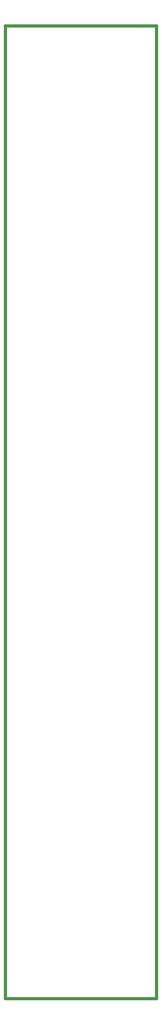
<source format=gko>
%FSLAX33Y33*%
%MOMM*%
%ADD10C,0.381*%
D10*
%LNpath-0*%
G01*
X0Y0D02*
X20000Y0D01*
X20000Y128500*
X0Y128500*
X0Y0*
%LNmechanical details_traces*%
M02*
</source>
